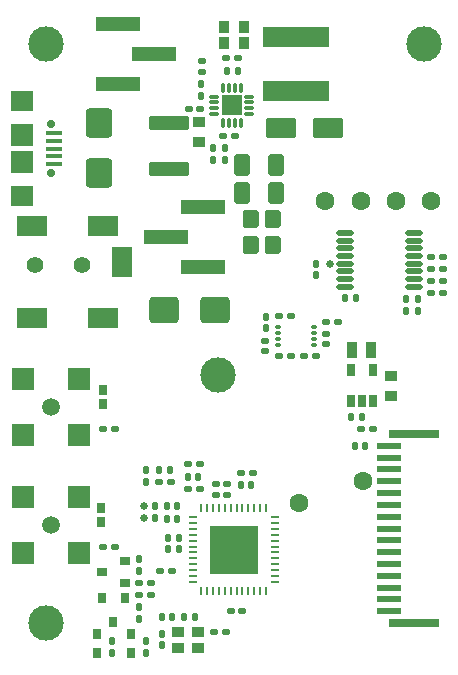
<source format=gbr>
%TF.GenerationSoftware,Altium Limited,Altium Designer,20.1.12 (249)*%
G04 Layer_Color=255*
%FSLAX45Y45*%
%MOMM*%
%TF.SameCoordinates,4EE8302A-A9A8-49E0-93C5-14594FCB678D*%
%TF.FilePolarity,Positive*%
%TF.FileFunction,Pads,Top*%
%TF.Part,Single*%
G01*
G75*
%TA.AperFunction,SMDPad,CuDef*%
G04:AMPARAMS|DCode=11|XSize=1.8mm|YSize=1.3mm|CornerRadius=0.13mm|HoleSize=0mm|Usage=FLASHONLY|Rotation=270.000|XOffset=0mm|YOffset=0mm|HoleType=Round|Shape=RoundedRectangle|*
%AMROUNDEDRECTD11*
21,1,1.80000,1.04000,0,0,270.0*
21,1,1.54000,1.30000,0,0,270.0*
1,1,0.26000,-0.52000,-0.77000*
1,1,0.26000,-0.52000,0.77000*
1,1,0.26000,0.52000,0.77000*
1,1,0.26000,0.52000,-0.77000*
%
%ADD11ROUNDEDRECTD11*%
G04:AMPARAMS|DCode=12|XSize=1.3mm|YSize=1.5mm|CornerRadius=0.13mm|HoleSize=0mm|Usage=FLASHONLY|Rotation=0.000|XOffset=0mm|YOffset=0mm|HoleType=Round|Shape=RoundedRectangle|*
%AMROUNDEDRECTD12*
21,1,1.30000,1.24000,0,0,0.0*
21,1,1.04000,1.50000,0,0,0.0*
1,1,0.26000,0.52000,-0.62000*
1,1,0.26000,-0.52000,-0.62000*
1,1,0.26000,-0.52000,0.62000*
1,1,0.26000,0.52000,0.62000*
%
%ADD12ROUNDEDRECTD12*%
G04:AMPARAMS|DCode=13|XSize=0.9mm|YSize=1mm|CornerRadius=0.09mm|HoleSize=0mm|Usage=FLASHONLY|Rotation=90.000|XOffset=0mm|YOffset=0mm|HoleType=Round|Shape=RoundedRectangle|*
%AMROUNDEDRECTD13*
21,1,0.90000,0.82000,0,0,90.0*
21,1,0.72000,1.00000,0,0,90.0*
1,1,0.18000,0.41000,0.36000*
1,1,0.18000,0.41000,-0.36000*
1,1,0.18000,-0.41000,-0.36000*
1,1,0.18000,-0.41000,0.36000*
%
%ADD13ROUNDEDRECTD13*%
G04:AMPARAMS|DCode=14|XSize=3.4mm|YSize=1.2mm|CornerRadius=0.06mm|HoleSize=0mm|Usage=FLASHONLY|Rotation=180.000|XOffset=0mm|YOffset=0mm|HoleType=Round|Shape=RoundedRectangle|*
%AMROUNDEDRECTD14*
21,1,3.40000,1.08000,0,0,180.0*
21,1,3.28000,1.20000,0,0,180.0*
1,1,0.12000,-1.64000,0.54000*
1,1,0.12000,1.64000,0.54000*
1,1,0.12000,1.64000,-0.54000*
1,1,0.12000,-1.64000,-0.54000*
%
%ADD14ROUNDEDRECTD14*%
G04:AMPARAMS|DCode=15|XSize=0.5mm|YSize=0.65mm|CornerRadius=0.05mm|HoleSize=0mm|Usage=FLASHONLY|Rotation=180.000|XOffset=0mm|YOffset=0mm|HoleType=Round|Shape=RoundedRectangle|*
%AMROUNDEDRECTD15*
21,1,0.50000,0.55000,0,0,180.0*
21,1,0.40000,0.65000,0,0,180.0*
1,1,0.10000,-0.20000,0.27500*
1,1,0.10000,0.20000,0.27500*
1,1,0.10000,0.20000,-0.27500*
1,1,0.10000,-0.20000,-0.27500*
%
%ADD15ROUNDEDRECTD15*%
G04:AMPARAMS|DCode=16|XSize=0.8mm|YSize=0.75mm|CornerRadius=0.09375mm|HoleSize=0mm|Usage=FLASHONLY|Rotation=270.000|XOffset=0mm|YOffset=0mm|HoleType=Round|Shape=RoundedRectangle|*
%AMROUNDEDRECTD16*
21,1,0.80000,0.56250,0,0,270.0*
21,1,0.61250,0.75000,0,0,270.0*
1,1,0.18750,-0.28125,-0.30625*
1,1,0.18750,-0.28125,0.30625*
1,1,0.18750,0.28125,0.30625*
1,1,0.18750,0.28125,-0.30625*
%
%ADD16ROUNDEDRECTD16*%
G04:AMPARAMS|DCode=17|XSize=2.5mm|YSize=1.7mm|CornerRadius=0.085mm|HoleSize=0mm|Usage=FLASHONLY|Rotation=180.000|XOffset=0mm|YOffset=0mm|HoleType=Round|Shape=RoundedRectangle|*
%AMROUNDEDRECTD17*
21,1,2.50000,1.53000,0,0,180.0*
21,1,2.33000,1.70000,0,0,180.0*
1,1,0.17000,-1.16500,0.76500*
1,1,0.17000,1.16500,0.76500*
1,1,0.17000,1.16500,-0.76500*
1,1,0.17000,-1.16500,-0.76500*
%
%ADD17ROUNDEDRECTD17*%
G04:AMPARAMS|DCode=18|XSize=2.5mm|YSize=2.2mm|CornerRadius=0.275mm|HoleSize=0mm|Usage=FLASHONLY|Rotation=180.000|XOffset=0mm|YOffset=0mm|HoleType=Round|Shape=RoundedRectangle|*
%AMROUNDEDRECTD18*
21,1,2.50000,1.65000,0,0,180.0*
21,1,1.95000,2.20000,0,0,180.0*
1,1,0.55000,-0.97500,0.82500*
1,1,0.55000,0.97500,0.82500*
1,1,0.55000,0.97500,-0.82500*
1,1,0.55000,-0.97500,-0.82500*
%
%ADD18ROUNDEDRECTD18*%
%ADD19R,2.00000X0.60000*%
%ADD20R,4.20000X0.70000*%
%ADD21R,1.80000X2.50000*%
%ADD22R,2.50000X1.80000*%
%ADD23R,2.50000X1.80000*%
%ADD24R,1.90000X1.80000*%
%ADD25R,1.90000X1.90000*%
%ADD26R,1.35000X0.40000*%
G04:AMPARAMS|DCode=27|XSize=0.7mm|YSize=0.85mm|CornerRadius=0.07mm|HoleSize=0mm|Usage=FLASHONLY|Rotation=0.000|XOffset=0mm|YOffset=0mm|HoleType=Round|Shape=RoundedRectangle|*
%AMROUNDEDRECTD27*
21,1,0.70000,0.71000,0,0,0.0*
21,1,0.56000,0.85000,0,0,0.0*
1,1,0.14000,0.28000,-0.35500*
1,1,0.14000,-0.28000,-0.35500*
1,1,0.14000,-0.28000,0.35500*
1,1,0.14000,0.28000,0.35500*
%
%ADD27ROUNDEDRECTD27*%
%ADD28R,5.70000X1.80000*%
G04:AMPARAMS|DCode=29|XSize=0.8mm|YSize=1.4mm|CornerRadius=0.04mm|HoleSize=0mm|Usage=FLASHONLY|Rotation=0.000|XOffset=0mm|YOffset=0mm|HoleType=Round|Shape=RoundedRectangle|*
%AMROUNDEDRECTD29*
21,1,0.80000,1.32000,0,0,0.0*
21,1,0.72000,1.40000,0,0,0.0*
1,1,0.08000,0.36000,-0.66000*
1,1,0.08000,-0.36000,-0.66000*
1,1,0.08000,-0.36000,0.66000*
1,1,0.08000,0.36000,0.66000*
%
%ADD29ROUNDEDRECTD29*%
G04:AMPARAMS|DCode=30|XSize=0.7mm|YSize=0.9mm|CornerRadius=0.0875mm|HoleSize=0mm|Usage=FLASHONLY|Rotation=0.000|XOffset=0mm|YOffset=0mm|HoleType=Round|Shape=RoundedRectangle|*
%AMROUNDEDRECTD30*
21,1,0.70000,0.72500,0,0,0.0*
21,1,0.52500,0.90000,0,0,0.0*
1,1,0.17500,0.26250,-0.36250*
1,1,0.17500,-0.26250,-0.36250*
1,1,0.17500,-0.26250,0.36250*
1,1,0.17500,0.26250,0.36250*
%
%ADD30ROUNDEDRECTD30*%
G04:AMPARAMS|DCode=31|XSize=0.6mm|YSize=0.5mm|CornerRadius=0.05mm|HoleSize=0mm|Usage=FLASHONLY|Rotation=90.000|XOffset=0mm|YOffset=0mm|HoleType=Round|Shape=RoundedRectangle|*
%AMROUNDEDRECTD31*
21,1,0.60000,0.40000,0,0,90.0*
21,1,0.50000,0.50000,0,0,90.0*
1,1,0.10000,0.20000,0.25000*
1,1,0.10000,0.20000,-0.25000*
1,1,0.10000,-0.20000,-0.25000*
1,1,0.10000,-0.20000,0.25000*
%
%ADD31ROUNDEDRECTD31*%
G04:AMPARAMS|DCode=32|XSize=0.6mm|YSize=0.5mm|CornerRadius=0.05mm|HoleSize=0mm|Usage=FLASHONLY|Rotation=0.000|XOffset=0mm|YOffset=0mm|HoleType=Round|Shape=RoundedRectangle|*
%AMROUNDEDRECTD32*
21,1,0.60000,0.40000,0,0,0.0*
21,1,0.50000,0.50000,0,0,0.0*
1,1,0.10000,0.25000,-0.20000*
1,1,0.10000,-0.25000,-0.20000*
1,1,0.10000,-0.25000,0.20000*
1,1,0.10000,0.25000,0.20000*
%
%ADD32ROUNDEDRECTD32*%
%ADD33C,0.63500*%
%ADD34O,1.50000X0.45000*%
%ADD35O,0.65000X0.30000*%
G04:AMPARAMS|DCode=36|XSize=4.1mm|YSize=4.1mm|CornerRadius=0.1025mm|HoleSize=0mm|Usage=FLASHONLY|Rotation=90.000|XOffset=0mm|YOffset=0mm|HoleType=Round|Shape=RoundedRectangle|*
%AMROUNDEDRECTD36*
21,1,4.10000,3.89500,0,0,90.0*
21,1,3.89500,4.10000,0,0,90.0*
1,1,0.20500,1.94750,1.94750*
1,1,0.20500,1.94750,-1.94750*
1,1,0.20500,-1.94750,-1.94750*
1,1,0.20500,-1.94750,1.94750*
%
%ADD36ROUNDEDRECTD36*%
G04:AMPARAMS|DCode=37|XSize=0.25mm|YSize=0.75mm|CornerRadius=0.0625mm|HoleSize=0mm|Usage=FLASHONLY|Rotation=90.000|XOffset=0mm|YOffset=0mm|HoleType=Round|Shape=RoundedRectangle|*
%AMROUNDEDRECTD37*
21,1,0.25000,0.62500,0,0,90.0*
21,1,0.12500,0.75000,0,0,90.0*
1,1,0.12500,0.31250,0.06250*
1,1,0.12500,0.31250,-0.06250*
1,1,0.12500,-0.31250,-0.06250*
1,1,0.12500,-0.31250,0.06250*
%
%ADD37ROUNDEDRECTD37*%
G04:AMPARAMS|DCode=38|XSize=0.25mm|YSize=0.75mm|CornerRadius=0.0625mm|HoleSize=0mm|Usage=FLASHONLY|Rotation=180.000|XOffset=0mm|YOffset=0mm|HoleType=Round|Shape=RoundedRectangle|*
%AMROUNDEDRECTD38*
21,1,0.25000,0.62500,0,0,180.0*
21,1,0.12500,0.75000,0,0,180.0*
1,1,0.12500,-0.06250,0.31250*
1,1,0.12500,0.06250,0.31250*
1,1,0.12500,0.06250,-0.31250*
1,1,0.12500,-0.06250,-0.31250*
%
%ADD38ROUNDEDRECTD38*%
G04:AMPARAMS|DCode=39|XSize=0.25mm|YSize=0.75mm|CornerRadius=0.03125mm|HoleSize=0mm|Usage=FLASHONLY|Rotation=180.000|XOffset=0mm|YOffset=0mm|HoleType=Round|Shape=RoundedRectangle|*
%AMROUNDEDRECTD39*
21,1,0.25000,0.68750,0,0,180.0*
21,1,0.18750,0.75000,0,0,180.0*
1,1,0.06250,-0.09375,0.34375*
1,1,0.06250,0.09375,0.34375*
1,1,0.06250,0.09375,-0.34375*
1,1,0.06250,-0.09375,-0.34375*
%
%ADD39ROUNDEDRECTD39*%
%ADD40R,1.70000X1.70000*%
%ADD41O,0.85000X0.28000*%
%ADD42O,0.28000X0.85000*%
G04:AMPARAMS|DCode=43|XSize=0.6mm|YSize=1.1mm|CornerRadius=0.06mm|HoleSize=0mm|Usage=FLASHONLY|Rotation=180.000|XOffset=0mm|YOffset=0mm|HoleType=Round|Shape=RoundedRectangle|*
%AMROUNDEDRECTD43*
21,1,0.60000,0.98000,0,0,180.0*
21,1,0.48000,1.10000,0,0,180.0*
1,1,0.12000,-0.24000,0.49000*
1,1,0.12000,0.24000,0.49000*
1,1,0.12000,0.24000,-0.49000*
1,1,0.12000,-0.24000,-0.49000*
%
%ADD43ROUNDEDRECTD43*%
%ADD44R,1.90500X1.90500*%
%ADD45C,1.52000*%
%ADD46R,3.70000X1.27000*%
G04:AMPARAMS|DCode=47|XSize=1.1mm|YSize=0.9mm|CornerRadius=0.045mm|HoleSize=0mm|Usage=FLASHONLY|Rotation=0.000|XOffset=0mm|YOffset=0mm|HoleType=Round|Shape=RoundedRectangle|*
%AMROUNDEDRECTD47*
21,1,1.10000,0.81000,0,0,0.0*
21,1,1.01000,0.90000,0,0,0.0*
1,1,0.09000,0.50500,-0.40500*
1,1,0.09000,-0.50500,-0.40500*
1,1,0.09000,-0.50500,0.40500*
1,1,0.09000,0.50500,0.40500*
%
%ADD47ROUNDEDRECTD47*%
%TA.AperFunction,ConnectorPad*%
%ADD48R,3.70000X1.27000*%
%TA.AperFunction,SMDPad,CuDef*%
G04:AMPARAMS|DCode=49|XSize=0.7mm|YSize=0.9mm|CornerRadius=0.0875mm|HoleSize=0mm|Usage=FLASHONLY|Rotation=270.000|XOffset=0mm|YOffset=0mm|HoleType=Round|Shape=RoundedRectangle|*
%AMROUNDEDRECTD49*
21,1,0.70000,0.72500,0,0,270.0*
21,1,0.52500,0.90000,0,0,270.0*
1,1,0.17500,-0.36250,-0.26250*
1,1,0.17500,-0.36250,0.26250*
1,1,0.17500,0.36250,0.26250*
1,1,0.17500,0.36250,-0.26250*
%
%ADD49ROUNDEDRECTD49*%
G04:AMPARAMS|DCode=50|XSize=0.5mm|YSize=0.65mm|CornerRadius=0.05mm|HoleSize=0mm|Usage=FLASHONLY|Rotation=90.000|XOffset=0mm|YOffset=0mm|HoleType=Round|Shape=RoundedRectangle|*
%AMROUNDEDRECTD50*
21,1,0.50000,0.55000,0,0,90.0*
21,1,0.40000,0.65000,0,0,90.0*
1,1,0.10000,0.27500,0.20000*
1,1,0.10000,0.27500,-0.20000*
1,1,0.10000,-0.27500,-0.20000*
1,1,0.10000,-0.27500,0.20000*
%
%ADD50ROUNDEDRECTD50*%
G04:AMPARAMS|DCode=51|XSize=2.5mm|YSize=2.2mm|CornerRadius=0.275mm|HoleSize=0mm|Usage=FLASHONLY|Rotation=90.000|XOffset=0mm|YOffset=0mm|HoleType=Round|Shape=RoundedRectangle|*
%AMROUNDEDRECTD51*
21,1,2.50000,1.65000,0,0,90.0*
21,1,1.95000,2.20000,0,0,90.0*
1,1,0.55000,0.82500,0.97500*
1,1,0.55000,0.82500,-0.97500*
1,1,0.55000,-0.82500,-0.97500*
1,1,0.55000,-0.82500,0.97500*
%
%ADD51ROUNDEDRECTD51*%
G04:AMPARAMS|DCode=52|XSize=0.9mm|YSize=1mm|CornerRadius=0.09mm|HoleSize=0mm|Usage=FLASHONLY|Rotation=0.000|XOffset=0mm|YOffset=0mm|HoleType=Round|Shape=RoundedRectangle|*
%AMROUNDEDRECTD52*
21,1,0.90000,0.82000,0,0,0.0*
21,1,0.72000,1.00000,0,0,0.0*
1,1,0.18000,0.36000,-0.41000*
1,1,0.18000,-0.36000,-0.41000*
1,1,0.18000,-0.36000,0.41000*
1,1,0.18000,0.36000,0.41000*
%
%ADD52ROUNDEDRECTD52*%
%TA.AperFunction,ComponentPad*%
%ADD65C,1.40000*%
%ADD66C,0.70000*%
%ADD67C,1.60000*%
%TA.AperFunction,WasherPad*%
%ADD68C,3.00000*%
D11*
X2007500Y3995000D02*
D03*
X2297500D02*
D03*
Y4224999D02*
D03*
X2007500D02*
D03*
D12*
X2082500Y3772500D02*
D03*
X2272500D02*
D03*
X2082500Y3550000D02*
D03*
X2272500D02*
D03*
D13*
X1640000Y4590000D02*
D03*
Y4420000D02*
D03*
X3267500Y2442501D02*
D03*
Y2272500D02*
D03*
D14*
X1385000Y4585000D02*
D03*
Y4194999D02*
D03*
D15*
X2930000Y2097501D02*
D03*
X3020000D02*
D03*
X1397500Y1645000D02*
D03*
X1307500D02*
D03*
X1367500Y1235000D02*
D03*
X1457500D02*
D03*
X1607500Y405000D02*
D03*
X1517500D02*
D03*
X1327500D02*
D03*
X1417500D02*
D03*
X1470000Y1067500D02*
D03*
X1380000D02*
D03*
X2085000Y1515000D02*
D03*
X1995000D02*
D03*
X1882500Y5027499D02*
D03*
X1972500D02*
D03*
X1637500Y1590000D02*
D03*
X1547500D02*
D03*
X2972500Y3100000D02*
D03*
X2882500D02*
D03*
X1380000Y977500D02*
D03*
X1470000D02*
D03*
X1367500Y1340000D02*
D03*
X1457500D02*
D03*
X2960000Y1850000D02*
D03*
X3050000D02*
D03*
D16*
X1062500Y255000D02*
D03*
Y95000D02*
D03*
X782500D02*
D03*
Y255000D02*
D03*
D17*
X2732500Y4540000D02*
D03*
X2332500D02*
D03*
D18*
X1775000Y2997500D02*
D03*
X1345000D02*
D03*
D19*
X3250000Y1850000D02*
D03*
Y1750000D02*
D03*
Y1650000D02*
D03*
Y1550000D02*
D03*
Y1450000D02*
D03*
Y1350000D02*
D03*
Y1250000D02*
D03*
Y1150000D02*
D03*
Y1050000D02*
D03*
Y950000D02*
D03*
Y850000D02*
D03*
Y750000D02*
D03*
Y650000D02*
D03*
Y550000D02*
D03*
Y450000D02*
D03*
D20*
X3460000Y1950000D02*
D03*
Y350000D02*
D03*
D21*
X992500Y3405000D02*
D03*
D22*
X227500Y2935000D02*
D03*
Y3715000D02*
D03*
X827500Y2935000D02*
D03*
D23*
Y3715000D02*
D03*
D24*
X145000Y3967512D02*
D03*
Y4767510D02*
D03*
D25*
Y4252500D02*
D03*
Y4482497D02*
D03*
D26*
X412487Y4237514D02*
D03*
Y4302513D02*
D03*
Y4367511D02*
D03*
Y4432510D02*
D03*
Y4497508D02*
D03*
D27*
X827500Y2321000D02*
D03*
Y2204000D02*
D03*
X812500Y1321000D02*
D03*
Y1204000D02*
D03*
D28*
X2467500Y4852500D02*
D03*
Y5312500D02*
D03*
D29*
X2937500Y2662501D02*
D03*
X3097500D02*
D03*
D30*
X1012500Y562500D02*
D03*
X822500D02*
D03*
X917500Y362500D02*
D03*
D31*
X1862500Y4270000D02*
D03*
Y4370000D02*
D03*
X1190000Y195000D02*
D03*
Y95000D02*
D03*
X1135000Y482500D02*
D03*
Y382500D02*
D03*
X1197500Y1545000D02*
D03*
Y1645000D02*
D03*
X2207500Y2845000D02*
D03*
Y2945000D02*
D03*
X2635000Y3292500D02*
D03*
Y3392500D02*
D03*
X1660000Y4910000D02*
D03*
Y4810000D02*
D03*
X1330001Y160000D02*
D03*
Y260000D02*
D03*
X1135000Y792500D02*
D03*
Y892500D02*
D03*
X910000Y195000D02*
D03*
Y95000D02*
D03*
X3492500Y3095000D02*
D03*
Y2995000D02*
D03*
X3392501D02*
D03*
Y3095000D02*
D03*
X1762500Y4270000D02*
D03*
Y4370000D02*
D03*
X1267500Y1337500D02*
D03*
Y1237500D02*
D03*
D32*
X3017500Y1992501D02*
D03*
X3117500D02*
D03*
X1302500Y1540000D02*
D03*
X1402500D02*
D03*
X2817500Y2900000D02*
D03*
X2717500D02*
D03*
X3710000Y3245000D02*
D03*
X3610000D02*
D03*
X1875000Y5134999D02*
D03*
X1975000D02*
D03*
X1997500Y1620000D02*
D03*
X2097500D02*
D03*
X1910000Y452500D02*
D03*
X2010000D02*
D03*
X1555000Y4704999D02*
D03*
X1655000D02*
D03*
X2422500Y2610000D02*
D03*
X2322500D02*
D03*
X3610000Y3345000D02*
D03*
X3710000D02*
D03*
X1547500Y1485000D02*
D03*
X1647500D02*
D03*
X932500Y995000D02*
D03*
X832500D02*
D03*
X1135000Y687500D02*
D03*
X1235000D02*
D03*
X1647500Y1695000D02*
D03*
X1547500D02*
D03*
X2322500Y2952500D02*
D03*
X2422500D02*
D03*
X1415000Y787500D02*
D03*
X1315000D02*
D03*
X1845000Y4475000D02*
D03*
X1945000D02*
D03*
X2532500Y2610000D02*
D03*
X2632500D02*
D03*
X3610000Y3145000D02*
D03*
X3710000D02*
D03*
X3710000Y3447500D02*
D03*
X3610000D02*
D03*
X1135000Y587500D02*
D03*
X1235000D02*
D03*
X1867500Y272500D02*
D03*
X1767500D02*
D03*
X932500Y1990000D02*
D03*
X832500D02*
D03*
D33*
X1177500Y1237500D02*
D03*
X1180000Y1337500D02*
D03*
X2747500Y3392500D02*
D03*
D34*
X2882500Y3652500D02*
D03*
Y3587500D02*
D03*
Y3522500D02*
D03*
Y3457500D02*
D03*
Y3392500D02*
D03*
Y3327500D02*
D03*
Y3262500D02*
D03*
Y3197500D02*
D03*
X3462500Y3652500D02*
D03*
Y3587500D02*
D03*
Y3522500D02*
D03*
Y3457500D02*
D03*
Y3392500D02*
D03*
Y3327500D02*
D03*
Y3262500D02*
D03*
Y3197500D02*
D03*
D35*
X2307500Y2855000D02*
D03*
Y2805000D02*
D03*
Y2755000D02*
D03*
Y2705000D02*
D03*
X2612500Y2855000D02*
D03*
Y2805000D02*
D03*
Y2755000D02*
D03*
Y2705000D02*
D03*
D36*
X1935000Y972500D02*
D03*
D37*
X1587500Y697500D02*
D03*
Y747500D02*
D03*
Y797500D02*
D03*
Y847500D02*
D03*
Y897500D02*
D03*
Y947500D02*
D03*
Y997500D02*
D03*
Y1047500D02*
D03*
Y1097500D02*
D03*
Y1147500D02*
D03*
Y1197500D02*
D03*
Y1247500D02*
D03*
X2282500D02*
D03*
Y1197500D02*
D03*
Y1147500D02*
D03*
Y1097500D02*
D03*
Y1047500D02*
D03*
Y997500D02*
D03*
Y947500D02*
D03*
Y897500D02*
D03*
Y847500D02*
D03*
Y797500D02*
D03*
Y747500D02*
D03*
Y697500D02*
D03*
D38*
X1660000Y1320000D02*
D03*
X1710000D02*
D03*
X1760000D02*
D03*
X1810000D02*
D03*
X1860000D02*
D03*
X1910000D02*
D03*
X1960000D02*
D03*
X2010000D02*
D03*
X2060000D02*
D03*
X2110000D02*
D03*
X2160000D02*
D03*
X2210000D02*
D03*
Y625000D02*
D03*
X2160000D02*
D03*
X2110000D02*
D03*
X2060000D02*
D03*
X2010000D02*
D03*
X1960000D02*
D03*
X1910000D02*
D03*
X1860000D02*
D03*
X1810000D02*
D03*
X1760000D02*
D03*
X1710000D02*
D03*
D39*
X1660000D02*
D03*
D40*
X1920000Y4732500D02*
D03*
D41*
X2067500Y4807500D02*
D03*
Y4757500D02*
D03*
Y4707500D02*
D03*
Y4657500D02*
D03*
X1772500D02*
D03*
Y4707500D02*
D03*
Y4757500D02*
D03*
Y4807500D02*
D03*
D42*
X1995000Y4585000D02*
D03*
X1945000D02*
D03*
X1895000D02*
D03*
X1845000D02*
D03*
Y4880000D02*
D03*
X1895000D02*
D03*
X1945000D02*
D03*
X1995000D02*
D03*
D43*
X2927500Y2490001D02*
D03*
X3117500D02*
D03*
Y2230001D02*
D03*
X3022500D02*
D03*
X2927500D02*
D03*
D44*
X152500Y1942500D02*
D03*
X627500D02*
D03*
X152500Y2417500D02*
D03*
X627500D02*
D03*
X152500Y942500D02*
D03*
X627500D02*
D03*
X152500Y1417500D02*
D03*
X627500D02*
D03*
D45*
X390000Y2180000D02*
D03*
Y1180000D02*
D03*
D46*
X1675000Y3361000D02*
D03*
Y3869000D02*
D03*
X1365000Y3615000D02*
D03*
D47*
X1467500Y142500D02*
D03*
X1637500D02*
D03*
X1467500Y272500D02*
D03*
X1637500D02*
D03*
D48*
X952500Y5424000D02*
D03*
Y4916000D02*
D03*
X1262500Y5170000D02*
D03*
D49*
X817500Y782500D02*
D03*
X1017500Y877500D02*
D03*
Y687500D02*
D03*
D50*
X1880000Y1435000D02*
D03*
Y1525000D02*
D03*
X2202500Y2650000D02*
D03*
Y2740000D02*
D03*
X1665000Y5104999D02*
D03*
Y5015000D02*
D03*
X1790000Y1525000D02*
D03*
Y1435000D02*
D03*
X2717500Y2710000D02*
D03*
Y2800000D02*
D03*
D51*
X795000Y4587500D02*
D03*
Y4157500D02*
D03*
D52*
X1850000Y5257500D02*
D03*
X2020000D02*
D03*
X1850000Y5397499D02*
D03*
X2020000D02*
D03*
D65*
X652500Y3385000D02*
D03*
X252500D02*
D03*
D66*
X390008Y4160019D02*
D03*
Y4575004D02*
D03*
D67*
X3310000Y3920000D02*
D03*
X3010000D02*
D03*
X2710000D02*
D03*
X3610000D02*
D03*
X3032500Y1550000D02*
D03*
X2485000Y1370000D02*
D03*
D68*
X3550000Y5250000D02*
D03*
X350000D02*
D03*
X1800000Y2450000D02*
D03*
X350000Y350000D02*
D03*
%TF.MD5,2af3f1315a0eb04f2064f90990df47e3*%
M02*

</source>
